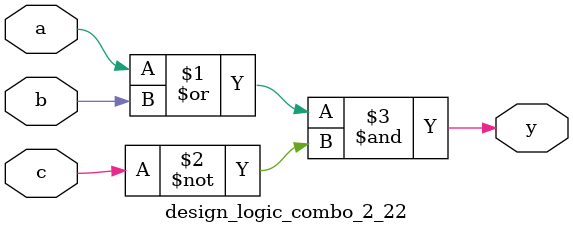
<source format=sv>
module design_logic_combo_2_22(input logic a,b,c, output logic y);
  assign y = (a | b) & (~c);
endmodule

</source>
